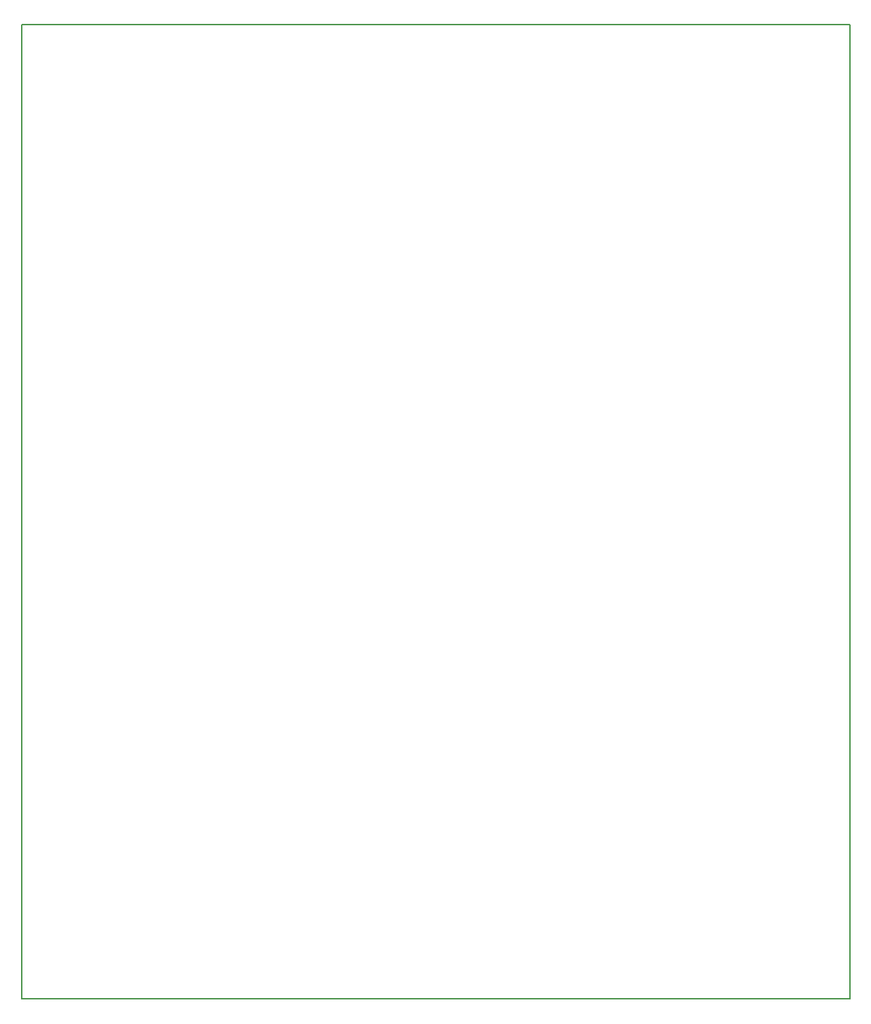
<source format=gm1>
G04*
G04 #@! TF.GenerationSoftware,Altium Limited,Altium Designer,23.10.1 (27)*
G04*
G04 Layer_Color=16711935*
%FSLAX25Y25*%
%MOIN*%
G70*
G04*
G04 #@! TF.SameCoordinates,25415466-D0CE-43B0-AC23-F92A6D1D0972*
G04*
G04*
G04 #@! TF.FilePolarity,Positive*
G04*
G01*
G75*
%ADD12C,0.00787*%
D12*
X393701Y0D02*
Y462598D01*
X-0D02*
X393701D01*
X-0Y0D02*
Y462598D01*
Y0D02*
X393701D01*
M02*

</source>
